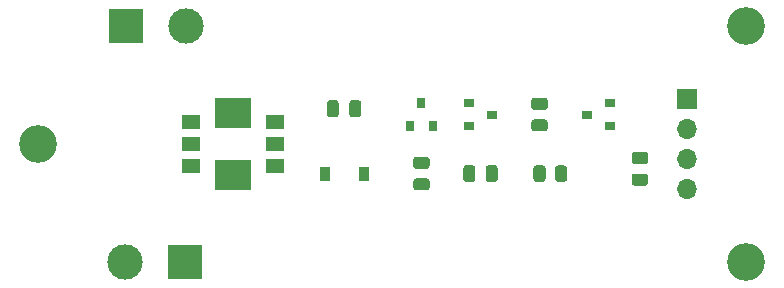
<source format=gbr>
%TF.GenerationSoftware,KiCad,Pcbnew,5.1.10-88a1d61d58~90~ubuntu21.04.1*%
%TF.CreationDate,2021-07-30T13:00:39+02:00*%
%TF.ProjectId,Detector_SMD_AD,44657465-6374-46f7-925f-534d445f4144,rev?*%
%TF.SameCoordinates,Original*%
%TF.FileFunction,Soldermask,Top*%
%TF.FilePolarity,Negative*%
%FSLAX46Y46*%
G04 Gerber Fmt 4.6, Leading zero omitted, Abs format (unit mm)*
G04 Created by KiCad (PCBNEW 5.1.10-88a1d61d58~90~ubuntu21.04.1) date 2021-07-30 13:00:39*
%MOMM*%
%LPD*%
G01*
G04 APERTURE LIST*
%ADD10C,3.200000*%
%ADD11R,0.900000X0.800000*%
%ADD12R,0.800000X0.900000*%
%ADD13O,1.700000X1.700000*%
%ADD14R,1.700000X1.700000*%
%ADD15C,3.000000*%
%ADD16R,3.000000X3.000000*%
%ADD17R,0.900000X1.200000*%
%ADD18R,3.048000X2.540000*%
%ADD19R,1.524000X1.270000*%
G04 APERTURE END LIST*
D10*
%TO.C,H3*%
X105000000Y-60000000D03*
%TD*%
%TO.C,H2*%
X105000000Y-40000000D03*
%TD*%
%TO.C,H1*%
X45000000Y-50000000D03*
%TD*%
%TO.C,R4*%
G36*
G01*
X87049998Y-47900000D02*
X87950002Y-47900000D01*
G75*
G02*
X88200000Y-48149998I0J-249998D01*
G01*
X88200000Y-48675002D01*
G75*
G02*
X87950002Y-48925000I-249998J0D01*
G01*
X87049998Y-48925000D01*
G75*
G02*
X86800000Y-48675002I0J249998D01*
G01*
X86800000Y-48149998D01*
G75*
G02*
X87049998Y-47900000I249998J0D01*
G01*
G37*
G36*
G01*
X87049998Y-46075000D02*
X87950002Y-46075000D01*
G75*
G02*
X88200000Y-46324998I0J-249998D01*
G01*
X88200000Y-46850002D01*
G75*
G02*
X87950002Y-47100000I-249998J0D01*
G01*
X87049998Y-47100000D01*
G75*
G02*
X86800000Y-46850002I0J249998D01*
G01*
X86800000Y-46324998D01*
G75*
G02*
X87049998Y-46075000I249998J0D01*
G01*
G37*
%TD*%
%TO.C,R3*%
G36*
G01*
X95549998Y-52487500D02*
X96450002Y-52487500D01*
G75*
G02*
X96700000Y-52737498I0J-249998D01*
G01*
X96700000Y-53262502D01*
G75*
G02*
X96450002Y-53512500I-249998J0D01*
G01*
X95549998Y-53512500D01*
G75*
G02*
X95300000Y-53262502I0J249998D01*
G01*
X95300000Y-52737498D01*
G75*
G02*
X95549998Y-52487500I249998J0D01*
G01*
G37*
G36*
G01*
X95549998Y-50662500D02*
X96450002Y-50662500D01*
G75*
G02*
X96700000Y-50912498I0J-249998D01*
G01*
X96700000Y-51437502D01*
G75*
G02*
X96450002Y-51687500I-249998J0D01*
G01*
X95549998Y-51687500D01*
G75*
G02*
X95300000Y-51437502I0J249998D01*
G01*
X95300000Y-50912498D01*
G75*
G02*
X95549998Y-50662500I249998J0D01*
G01*
G37*
%TD*%
%TO.C,R2*%
G36*
G01*
X77049998Y-52900000D02*
X77950002Y-52900000D01*
G75*
G02*
X78200000Y-53149998I0J-249998D01*
G01*
X78200000Y-53675002D01*
G75*
G02*
X77950002Y-53925000I-249998J0D01*
G01*
X77049998Y-53925000D01*
G75*
G02*
X76800000Y-53675002I0J249998D01*
G01*
X76800000Y-53149998D01*
G75*
G02*
X77049998Y-52900000I249998J0D01*
G01*
G37*
G36*
G01*
X77049998Y-51075000D02*
X77950002Y-51075000D01*
G75*
G02*
X78200000Y-51324998I0J-249998D01*
G01*
X78200000Y-51850002D01*
G75*
G02*
X77950002Y-52100000I-249998J0D01*
G01*
X77049998Y-52100000D01*
G75*
G02*
X76800000Y-51850002I0J249998D01*
G01*
X76800000Y-51324998D01*
G75*
G02*
X77049998Y-51075000I249998J0D01*
G01*
G37*
%TD*%
%TO.C,R1*%
G36*
G01*
X88012500Y-52049998D02*
X88012500Y-52950002D01*
G75*
G02*
X87762502Y-53200000I-249998J0D01*
G01*
X87237498Y-53200000D01*
G75*
G02*
X86987500Y-52950002I0J249998D01*
G01*
X86987500Y-52049998D01*
G75*
G02*
X87237498Y-51800000I249998J0D01*
G01*
X87762502Y-51800000D01*
G75*
G02*
X88012500Y-52049998I0J-249998D01*
G01*
G37*
G36*
G01*
X89837500Y-52049998D02*
X89837500Y-52950002D01*
G75*
G02*
X89587502Y-53200000I-249998J0D01*
G01*
X89062498Y-53200000D01*
G75*
G02*
X88812500Y-52950002I0J249998D01*
G01*
X88812500Y-52049998D01*
G75*
G02*
X89062498Y-51800000I249998J0D01*
G01*
X89587502Y-51800000D01*
G75*
G02*
X89837500Y-52049998I0J-249998D01*
G01*
G37*
%TD*%
D11*
%TO.C,Q3*%
X83500000Y-47500000D03*
X81500000Y-48450000D03*
X81500000Y-46550000D03*
%TD*%
D12*
%TO.C,Q2*%
X77500000Y-46500000D03*
X78450000Y-48500000D03*
X76550000Y-48500000D03*
%TD*%
D11*
%TO.C,Q1*%
X91500000Y-47500000D03*
X93500000Y-46550000D03*
X93500000Y-48450000D03*
%TD*%
D13*
%TO.C,J3*%
X100000000Y-53830000D03*
X100000000Y-51290000D03*
X100000000Y-48750000D03*
D14*
X100000000Y-46210000D03*
%TD*%
%TO.C,C2*%
G36*
G01*
X82050000Y-52025000D02*
X82050000Y-52975000D01*
G75*
G02*
X81800000Y-53225000I-250000J0D01*
G01*
X81300000Y-53225000D01*
G75*
G02*
X81050000Y-52975000I0J250000D01*
G01*
X81050000Y-52025000D01*
G75*
G02*
X81300000Y-51775000I250000J0D01*
G01*
X81800000Y-51775000D01*
G75*
G02*
X82050000Y-52025000I0J-250000D01*
G01*
G37*
G36*
G01*
X83950000Y-52025000D02*
X83950000Y-52975000D01*
G75*
G02*
X83700000Y-53225000I-250000J0D01*
G01*
X83200000Y-53225000D01*
G75*
G02*
X82950000Y-52975000I0J250000D01*
G01*
X82950000Y-52025000D01*
G75*
G02*
X83200000Y-51775000I250000J0D01*
G01*
X83700000Y-51775000D01*
G75*
G02*
X83950000Y-52025000I0J-250000D01*
G01*
G37*
%TD*%
D15*
%TO.C,J2*%
X57580000Y-40000000D03*
D16*
X52500000Y-40000000D03*
%TD*%
D15*
%TO.C,J1*%
X52420000Y-60000000D03*
D16*
X57500000Y-60000000D03*
%TD*%
D17*
%TO.C,D1*%
X69350000Y-52500000D03*
X72650000Y-52500000D03*
%TD*%
D18*
%TO.C,CT1*%
X61511199Y-52616200D03*
X61511199Y-47383800D03*
D19*
X57955199Y-51854200D03*
X57955199Y-50000000D03*
X57955199Y-48145800D03*
X65067199Y-48145800D03*
X65067199Y-50000000D03*
X65067199Y-51854200D03*
%TD*%
%TO.C,C1*%
G36*
G01*
X70500000Y-46525000D02*
X70500000Y-47475000D01*
G75*
G02*
X70250000Y-47725000I-250000J0D01*
G01*
X69750000Y-47725000D01*
G75*
G02*
X69500000Y-47475000I0J250000D01*
G01*
X69500000Y-46525000D01*
G75*
G02*
X69750000Y-46275000I250000J0D01*
G01*
X70250000Y-46275000D01*
G75*
G02*
X70500000Y-46525000I0J-250000D01*
G01*
G37*
G36*
G01*
X72400000Y-46525000D02*
X72400000Y-47475000D01*
G75*
G02*
X72150000Y-47725000I-250000J0D01*
G01*
X71650000Y-47725000D01*
G75*
G02*
X71400000Y-47475000I0J250000D01*
G01*
X71400000Y-46525000D01*
G75*
G02*
X71650000Y-46275000I250000J0D01*
G01*
X72150000Y-46275000D01*
G75*
G02*
X72400000Y-46525000I0J-250000D01*
G01*
G37*
%TD*%
M02*

</source>
